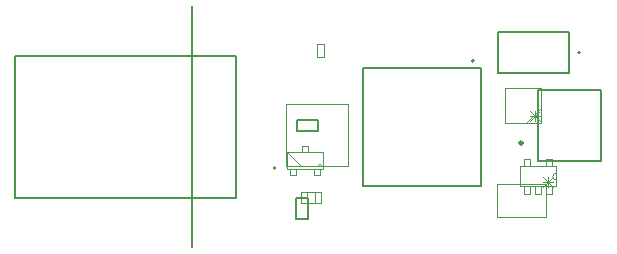
<source format=gbr>
%TF.GenerationSoftware,Altium Limited,Altium Designer,20.2.5 (213)*%
G04 Layer_Color=16711935*
%FSLAX26Y26*%
%MOIN*%
%TF.SameCoordinates,0FE6C2C3-B7F4-45EC-A48D-0F423D7CACB9*%
%TF.FilePolarity,Positive*%
%TF.FileFunction,Other,Mechanical_13*%
%TF.Part,Single*%
G01*
G75*
%TA.AperFunction,NonConductor*%
%ADD38C,0.005000*%
%ADD39C,0.003937*%
%ADD40C,0.003000*%
%ADD50C,0.011811*%
%ADD51C,0.007874*%
%ADD68C,0.000000*%
%ADD69C,0.001000*%
D38*
X1773354Y1881898D02*
X1842646D01*
X1773354Y1844102D02*
X1842646D01*
Y1881898D01*
X1773354Y1844102D02*
Y1881898D01*
X1808898Y1552354D02*
Y1621646D01*
X1771102Y1552354D02*
Y1621646D01*
X1808898D01*
X1771102Y1552354D02*
X1808898D01*
X2577362Y1747126D02*
Y1983346D01*
X2787992D01*
Y1747126D02*
Y1983346D01*
X2577362Y1747126D02*
X2787992D01*
X2681110Y2038102D02*
Y2175898D01*
X2444890D02*
X2681110D01*
X2444890Y2038102D02*
Y2175898D01*
Y2038102D02*
X2681110D01*
X2386563Y1661797D02*
Y2055497D01*
X1992863Y1661797D02*
X2386563D01*
X1992863D02*
Y2055497D01*
X2386563D01*
X1423700Y1623780D02*
Y2096220D01*
X835118Y1623780D02*
X1423700D01*
X835118D02*
Y2096220D01*
X1423700D01*
Y2261574D01*
Y1623780D02*
Y2096220D01*
Y1458426D02*
Y1623780D01*
Y2096220D02*
X1569370D01*
Y1623780D02*
Y2096220D01*
X1423700Y1623780D02*
X1569370D01*
D39*
X1863810Y2091346D02*
Y2134654D01*
X1840188Y2091346D02*
Y2134654D01*
X1863810D01*
X1840188Y2091346D02*
X1863810D01*
X2439322Y1557882D02*
Y1668118D01*
Y1557882D02*
X2604678D01*
Y1668118D01*
X2439322D02*
X2604678D01*
X1736142Y1729370D02*
Y1937086D01*
X1943858D01*
Y1729370D02*
Y1937086D01*
X1736142Y1729370D02*
X1943858D01*
X1736142Y1779370D02*
X1786142Y1729370D01*
D40*
X2583219Y1877633D02*
X2549897Y1910956D01*
Y1877633D02*
X2583219Y1910956D01*
X2566558Y1877633D02*
Y1910956D01*
X2549897Y1894294D02*
X2583219D01*
X2628339Y1658295D02*
X2595016Y1691618D01*
Y1658295D02*
X2628339Y1691618D01*
X2611677Y1658295D02*
Y1691618D01*
X2595016Y1674957D02*
X2628339D01*
D50*
X2524213Y1806181D02*
G03*
X2524213Y1806181I-3937J0D01*
G01*
D51*
X2716937Y2107000D02*
G03*
X2716937Y2107000I-3937J0D01*
G01*
X2362942Y2080104D02*
G03*
X2362942Y2080104I-3937J0D01*
G01*
X1702992Y1722244D02*
G03*
X1702992Y1722244I-3937J0D01*
G01*
D68*
X2638623Y1706260D02*
G03*
X2638623Y1682260I0J-12000D01*
G01*
X1855039Y1729441D02*
G03*
X1855039Y1729441I-5000J0D01*
G01*
D69*
X2536252Y1872416D02*
X2586252Y1922416D01*
Y1955094D02*
Y1966904D01*
Y1955094D02*
Y1966904D01*
Y1935408D02*
Y1947220D01*
Y1935408D02*
Y1947220D01*
Y1915724D02*
Y1927534D01*
Y1915724D02*
Y1927534D01*
Y1896038D02*
Y1907850D01*
Y1896038D02*
Y1907850D01*
X2550818Y1872416D02*
X2562630D01*
X2550818D02*
X2562630D01*
X2531132D02*
X2542944D01*
X2531132D02*
X2542944D01*
X2511448D02*
X2523258D01*
X2511448D02*
X2523258D01*
X2491762D02*
X2503574D01*
X2491762D02*
X2503574D01*
X2468140Y1896038D02*
Y1907850D01*
Y1896038D02*
Y1907850D01*
Y1915724D02*
Y1927534D01*
Y1915724D02*
Y1927534D01*
Y1935408D02*
Y1947220D01*
Y1935408D02*
Y1947220D01*
Y1955094D02*
Y1966904D01*
Y1955094D02*
Y1966904D01*
X2491762Y1990526D02*
X2503574D01*
X2491762D02*
X2503574D01*
X2511448D02*
X2523258D01*
X2511448D02*
X2523258D01*
X2531132D02*
X2542944D01*
X2531132D02*
X2542944D01*
X2550818D02*
X2562630D01*
X2550818D02*
X2562630D01*
X2468140Y1872416D02*
Y1990526D01*
X2586252D01*
Y1872416D02*
Y1990526D01*
X2468140Y1872416D02*
X2586252D01*
X2516576Y1660796D02*
X2638622D01*
Y1727724D01*
X2516576D02*
X2638622D01*
X2516576Y1660796D02*
Y1727724D01*
X2624844D02*
Y1753314D01*
X2605158D02*
X2624844D01*
X2605158Y1727724D02*
Y1753314D01*
Y1727724D02*
X2624844D01*
X2550040D02*
Y1753314D01*
X2530354D02*
X2550040D01*
X2530354Y1727724D02*
Y1753314D01*
Y1727724D02*
X2550040D01*
X2530354Y1635204D02*
Y1660796D01*
Y1635204D02*
X2550040D01*
Y1660796D01*
X2530354D02*
X2550040D01*
X2567756Y1635204D02*
Y1660796D01*
Y1635204D02*
X2587442D01*
Y1660796D01*
X2567756D02*
X2587442D01*
X2605158Y1635204D02*
Y1660796D01*
Y1635204D02*
X2624844D01*
Y1660796D01*
X2605158D02*
X2624844D01*
X1854500Y1606000D02*
Y1644000D01*
X1785500D02*
X1854500D01*
X1785500Y1606000D02*
Y1644000D01*
Y1606000D02*
X1854500D01*
X1785500Y1644000D02*
X1805500D01*
X1785500Y1606000D02*
Y1644000D01*
Y1606000D02*
X1805500D01*
Y1644000D01*
X1834500Y1606000D02*
X1854500D01*
Y1644000D01*
X1834500D02*
X1854500D01*
X1834500Y1606000D02*
Y1644000D01*
X1860040Y1719442D02*
Y1774560D01*
X1739960D02*
X1860040D01*
X1739960Y1719442D02*
Y1774560D01*
Y1719442D02*
X1860040D01*
X1810040Y1774560D02*
Y1796214D01*
X1789960D02*
X1810040D01*
X1789960Y1774560D02*
Y1796214D01*
Y1774560D02*
X1810040D01*
X1749606Y1697788D02*
Y1719442D01*
Y1697788D02*
X1769686D01*
Y1719442D01*
X1749606D02*
X1769686D01*
X1830316Y1697788D02*
Y1719442D01*
Y1697788D02*
X1850394D01*
Y1719442D01*
X1830316D02*
X1850394D01*
%TF.MD5,34ded9b9821adc76de331403c77e3dbb*%
M02*

</source>
